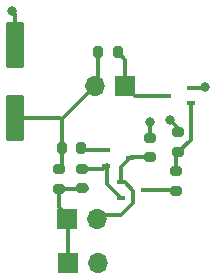
<source format=gtl>
%TF.GenerationSoftware,KiCad,Pcbnew,(7.0.0-0)*%
%TF.CreationDate,2023-06-04T20:58:43+02:00*%
%TF.ProjectId,projekt_kue,70726f6a-656b-4745-9f6b-75652e6b6963,rev?*%
%TF.SameCoordinates,Original*%
%TF.FileFunction,Copper,L1,Top*%
%TF.FilePolarity,Positive*%
%FSLAX46Y46*%
G04 Gerber Fmt 4.6, Leading zero omitted, Abs format (unit mm)*
G04 Created by KiCad (PCBNEW (7.0.0-0)) date 2023-06-04 20:58:43*
%MOMM*%
%LPD*%
G01*
G04 APERTURE LIST*
G04 Aperture macros list*
%AMRoundRect*
0 Rectangle with rounded corners*
0 $1 Rounding radius*
0 $2 $3 $4 $5 $6 $7 $8 $9 X,Y pos of 4 corners*
0 Add a 4 corners polygon primitive as box body*
4,1,4,$2,$3,$4,$5,$6,$7,$8,$9,$2,$3,0*
0 Add four circle primitives for the rounded corners*
1,1,$1+$1,$2,$3*
1,1,$1+$1,$4,$5*
1,1,$1+$1,$6,$7*
1,1,$1+$1,$8,$9*
0 Add four rect primitives between the rounded corners*
20,1,$1+$1,$2,$3,$4,$5,0*
20,1,$1+$1,$4,$5,$6,$7,0*
20,1,$1+$1,$6,$7,$8,$9,0*
20,1,$1+$1,$8,$9,$2,$3,0*%
G04 Aperture macros list end*
%TA.AperFunction,SMDPad,CuDef*%
%ADD10RoundRect,0.200000X-0.200000X-0.275000X0.200000X-0.275000X0.200000X0.275000X-0.200000X0.275000X0*%
%TD*%
%TA.AperFunction,SMDPad,CuDef*%
%ADD11R,0.700000X0.450000*%
%TD*%
%TA.AperFunction,ComponentPad*%
%ADD12R,1.700000X1.700000*%
%TD*%
%TA.AperFunction,ComponentPad*%
%ADD13O,1.700000X1.700000*%
%TD*%
%TA.AperFunction,SMDPad,CuDef*%
%ADD14RoundRect,0.200000X0.275000X-0.200000X0.275000X0.200000X-0.275000X0.200000X-0.275000X-0.200000X0*%
%TD*%
%TA.AperFunction,SMDPad,CuDef*%
%ADD15RoundRect,0.250000X0.550000X-1.712500X0.550000X1.712500X-0.550000X1.712500X-0.550000X-1.712500X0*%
%TD*%
%TA.AperFunction,ViaPad*%
%ADD16C,0.800000*%
%TD*%
%TA.AperFunction,Conductor*%
%ADD17C,0.304800*%
%TD*%
G04 APERTURE END LIST*
D10*
%TO.P,R2,1*%
%TO.N,Net-(C1-Pad1)*%
X131950000Y-95550000D03*
%TO.P,R2,2*%
%TO.N,Net-(Q1-C)*%
X133600000Y-95550000D03*
%TD*%
D11*
%TO.P,Q4,1,C*%
%TO.N,Net-(Q4-C)*%
X135849999Y-107199999D03*
%TO.P,Q4,2,B*%
%TO.N,Net-(Q2-C)*%
X133849999Y-106549999D03*
%TO.P,Q4,3,E*%
%TO.N,Net-(Q2-E)*%
X133849999Y-107849999D03*
%TD*%
D12*
%TO.P,LS1,1,1*%
%TO.N,Net-(Q1-C)*%
X134239999Y-98349999D03*
D13*
%TO.P,LS1,2,2*%
%TO.N,Net-(C1-Pad1)*%
X131699999Y-98349999D03*
%TD*%
D12*
%TO.P,Q3,1,C*%
%TO.N,+1V5*%
X129249999Y-109674999D03*
D13*
%TO.P,Q3,2,E*%
%TO.N,Net-(Q2-C)*%
X131789999Y-109674999D03*
%TD*%
D11*
%TO.P,Q1,1,C*%
%TO.N,Net-(Q1-C)*%
X137749999Y-99197499D03*
%TO.P,Q1,2,B*%
%TO.N,Net-(Q1-B)*%
X139749999Y-99847499D03*
%TO.P,Q1,3,E*%
%TO.N,GND*%
X139749999Y-98547499D03*
%TD*%
D14*
%TO.P,R7,1*%
%TO.N,Net-(Q2-C)*%
X136300000Y-104425000D03*
%TO.P,R7,2*%
%TO.N,GND*%
X136300000Y-102775000D03*
%TD*%
%TO.P,R1,1*%
%TO.N,+1V5*%
X128650000Y-107072500D03*
%TO.P,R1,2*%
%TO.N,Net-(C1-Pad1)*%
X128650000Y-105422500D03*
%TD*%
D11*
%TO.P,Q2,1,C*%
%TO.N,Net-(Q2-C)*%
X134599999Y-104499999D03*
%TO.P,Q2,2,B*%
%TO.N,Net-(Q2-B)*%
X132599999Y-103849999D03*
%TO.P,Q2,3,E*%
%TO.N,Net-(Q2-E)*%
X132599999Y-105149999D03*
%TD*%
D10*
%TO.P,R3,1*%
%TO.N,Net-(C1-Pad1)*%
X128850000Y-103647500D03*
%TO.P,R3,2*%
%TO.N,Net-(Q2-B)*%
X130500000Y-103647500D03*
%TD*%
D14*
%TO.P,R5,1*%
%TO.N,Net-(Q4-C)*%
X138550000Y-107250000D03*
%TO.P,R5,2*%
%TO.N,Net-(Q1-B)*%
X138550000Y-105600000D03*
%TD*%
%TO.P,R6,1*%
%TO.N,Net-(Q1-B)*%
X138700000Y-103975000D03*
%TO.P,R6,2*%
%TO.N,GND*%
X138700000Y-102325000D03*
%TD*%
D12*
%TO.P,BT1,1,+*%
%TO.N,+1V5*%
X129399999Y-113399999D03*
D13*
%TO.P,BT1,2,-*%
%TO.N,GND*%
X131939999Y-113399999D03*
%TD*%
D14*
%TO.P,R4,1*%
%TO.N,+1V5*%
X130550000Y-107047500D03*
%TO.P,R4,2*%
%TO.N,Net-(Q2-E)*%
X130550000Y-105397500D03*
%TD*%
D15*
%TO.P,C1,1*%
%TO.N,Net-(C1-Pad1)*%
X124850000Y-101075000D03*
%TO.P,C1,2*%
%TO.N,GND*%
X124850000Y-94900000D03*
%TD*%
D16*
%TO.N,GND*%
X124600000Y-92050000D03*
X138000000Y-101250000D03*
X141000000Y-98450000D03*
X136300000Y-101450000D03*
%TD*%
D17*
%TO.N,+1V5*%
X128650000Y-107072500D02*
X128650000Y-108640000D01*
X130977500Y-107072500D02*
X131002500Y-107047500D01*
X128650000Y-107072500D02*
X130977500Y-107072500D01*
X129410000Y-113390000D02*
X129400000Y-113400000D01*
X129410000Y-109400000D02*
X129410000Y-113390000D01*
X128650000Y-108640000D02*
X129410000Y-109400000D01*
X131002500Y-107047500D02*
X130550000Y-107047500D01*
%TO.N,GND*%
X138700000Y-101950000D02*
X138000000Y-101250000D01*
X124850000Y-94900000D02*
X124850000Y-92300000D01*
X124850000Y-92300000D02*
X124600000Y-92050000D01*
X136300000Y-102775000D02*
X136300000Y-101450000D01*
X140902500Y-98547500D02*
X141000000Y-98450000D01*
X139750000Y-98547500D02*
X140902500Y-98547500D01*
X138700000Y-102325000D02*
X138700000Y-101950000D01*
%TO.N,Net-(C1-Pad1)*%
X128850000Y-101200000D02*
X131700000Y-98350000D01*
X128850000Y-105222500D02*
X128650000Y-105422500D01*
X128850000Y-103647500D02*
X128850000Y-105222500D01*
X128725000Y-101075000D02*
X128850000Y-101200000D01*
X124850000Y-101075000D02*
X128725000Y-101075000D01*
X128850000Y-103647500D02*
X128850000Y-101200000D01*
X131950000Y-98100000D02*
X131700000Y-98350000D01*
X131950000Y-95550000D02*
X131950000Y-98100000D01*
%TO.N,Net-(Q1-C)*%
X137750000Y-99197500D02*
X135087500Y-99197500D01*
X135087500Y-99197500D02*
X134240000Y-98350000D01*
X134240000Y-96190000D02*
X134240000Y-98350000D01*
X133600000Y-95550000D02*
X134240000Y-96190000D01*
%TO.N,Net-(Q1-B)*%
X138550000Y-104125000D02*
X138700000Y-103975000D01*
X138550000Y-105600000D02*
X138550000Y-104125000D01*
X139750000Y-102925000D02*
X138700000Y-103975000D01*
X139750000Y-99847500D02*
X139750000Y-102925000D01*
%TO.N,Net-(Q2-C)*%
X134675000Y-104425000D02*
X134600000Y-104500000D01*
X134900000Y-107250000D02*
X134200000Y-106550000D01*
X133833000Y-109350000D02*
X134900000Y-108283000D01*
X134200000Y-106550000D02*
X133850000Y-106550000D01*
X136300000Y-104425000D02*
X134675000Y-104425000D01*
X134900000Y-108283000D02*
X134900000Y-107250000D01*
X131900000Y-109350000D02*
X133833000Y-109350000D01*
X133850000Y-105250000D02*
X134600000Y-104500000D01*
X133850000Y-106550000D02*
X133850000Y-105250000D01*
%TO.N,Net-(Q2-B)*%
X132600000Y-103850000D02*
X130702500Y-103850000D01*
X130702500Y-103850000D02*
X130500000Y-103647500D01*
%TO.N,Net-(Q2-E)*%
X133850000Y-107850000D02*
X132700000Y-106700000D01*
X132700000Y-105050000D02*
X132600000Y-105150000D01*
X132700000Y-106700000D02*
X132700000Y-105050000D01*
X130550000Y-105397500D02*
X132352500Y-105397500D01*
X132352500Y-105397500D02*
X132600000Y-105150000D01*
%TO.N,Net-(Q4-C)*%
X135850000Y-107200000D02*
X138500000Y-107200000D01*
X138500000Y-107200000D02*
X138550000Y-107250000D01*
%TD*%
M02*

</source>
